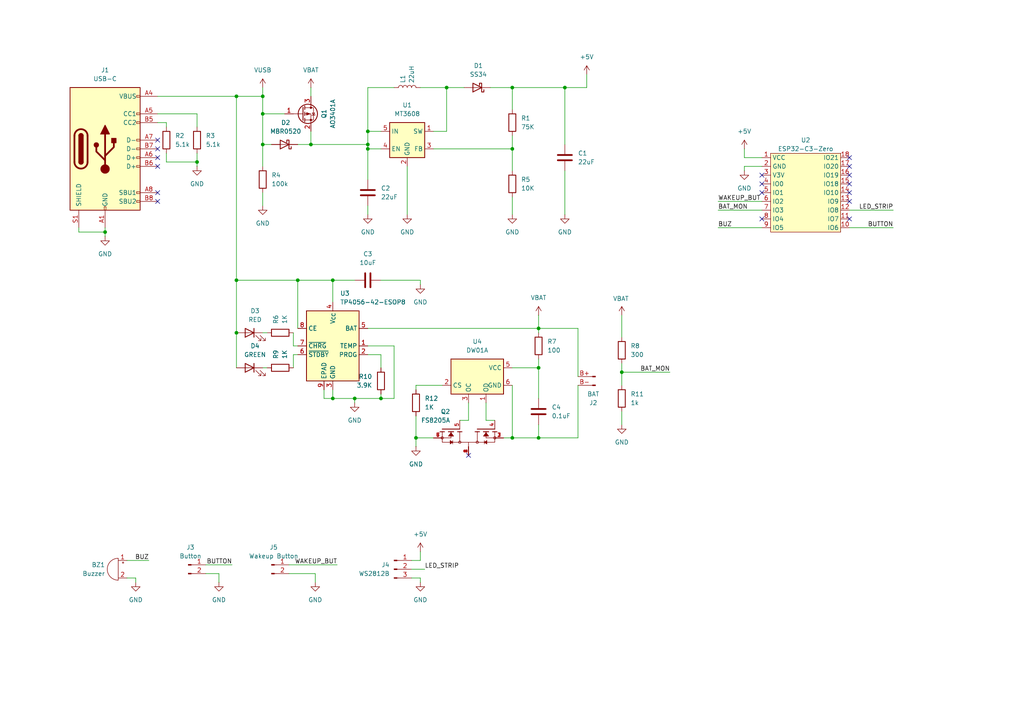
<source format=kicad_sch>
(kicad_sch (version 20250114) (generator "eeschema") (generator_version "9.0")
  (paper "A4")
  (title_block (title "Main Board") (date "2025-06-25") (rev "1") (company "TelePat, LLC") (comment 1 "Author: Tikhon Petrishchev"))
  (lib_symbols
    (symbol "Battery_Management:DW01A"
      (property "Reference" "U" (at -6.604 6.35 0))
      (property "Value" "DW01A" (at 4.318 6.604 0))
      (symbol "DW01A_0_1"
        (pin power_in line (at -10.16 2.54 0) (length 2.54) (name "VCC") (number "5"))
        (pin power_in line (at -10.16 -2.54 0) (length 2.54) (name "GND") (number "6"))
        (pin output line (at -2.54 -7.62 90) (length 2.54) (name "OD") (number "1"))
        (pin output line (at 2.54 -7.62 90) (length 2.54) (name "OC") (number "3"))
        (pin input line (at 10.16 -2.54 180) (length 2.54) (name "CS") (number "2"))
      )
      (symbol "DW01A_1_1"
        (rectangle (start -7.62 5.08) (end 7.62 -5.08) (stroke (width 0.254)) (fill (type background)))
        (pin no_connect line (at 10.16 2.54 180) (length 2.54) (hide yes) (name "TD") (number "4"))
      )
    )
    (symbol "Battery_Management:TP4056-42-ESOP8"
      (property "Reference" "U" (at -6.604 11.684 0))
      (property "Value" "TP4056-42-ESOP8" (at 10.16 11.684 0))
      (symbol "TP4056-42-ESOP8_1_0"
        (pin input line (at -10.16 5.08 0) (length 2.54) (name "CE") (number "8"))
        (pin open_collector line (at -10.16 0 0) (length 2.54) (name "~{CHRG}") (number "7"))
        (pin open_collector line (at -10.16 -2.54 0) (length 2.54) (name "~{STDBY}") (number "6"))
        (pin passive line (at -2.54 -12.7 90) (length 2.54) (name "EPAD") (number "9"))
        (pin power_in line (at 0 12.7 270) (length 2.54) (name "V_{CC}") (number "4"))
        (pin power_in line (at 0 -12.7 90) (length 2.54) (name "GND") (number "3"))
        (pin power_out line (at 10.16 5.08 180) (length 2.54) (name "BAT") (number "5"))
        (pin input line (at 10.16 0 180) (length 2.54) (name "TEMP") (number "1"))
        (pin passive line (at 10.16 -2.54 180) (length 2.54) (name "PROG") (number "2"))
      )
      (symbol "TP4056-42-ESOP8_1_1"
        (rectangle (start -7.62 10.16) (end 7.62 -10.16) (stroke (width 0.254)) (fill (type background)))
      )
    )
    (symbol "Conn_01x02_Pin_1" (pin_names (offset 1.016) (hide yes))
      (property "Reference" "J5" (at 0.635 5.08 0))
      (property "Value" "BAT" (at 0.635 2.54 0))
      (symbol "Conn_01x02_Pin_1_1_1"
        (rectangle (start 0.8636 0.127) (end 0 -0.127) (stroke (width 0.1524)) (fill (type outline)))
        (rectangle (start 0.8636 -2.413) (end 0 -2.667) (stroke (width 0.1524)) (fill (type outline)))
        (polyline (pts (xy 1.27 0) (xy 0.8636 0)) (stroke (width 0.1524)))
        (polyline (pts (xy 1.27 -2.54) (xy 0.8636 -2.54)) (stroke (width 0.1524)))
        (pin passive line (at 5.08 0 180) (length 3.81) (name "Pin_1") (number "B-"))
        (pin passive line (at 5.08 -2.54 180) (length 3.81) (name "Pin_2") (number "B+"))
      )
    )
    (symbol "Connector:Conn_01x02_Pin" (pin_names (offset 1.016) (hide yes))
      (property "Reference" "J" (at 0 2.54 0))
      (property "Value" "Conn_01x02_Pin" (at 0 -5.08 0))
      (symbol "Conn_01x02_Pin_1_1"
        (rectangle (start 0.8636 0.127) (end 0 -0.127) (stroke (width 0.1524)) (fill (type outline)))
        (rectangle (start 0.8636 -2.413) (end 0 -2.667) (stroke (width 0.1524)) (fill (type outline)))
        (polyline (pts (xy 1.27 0) (xy 0.8636 0)) (stroke (width 0.1524)))
        (polyline (pts (xy 1.27 -2.54) (xy 0.8636 -2.54)) (stroke (width 0.1524)))
        (pin passive line (at 5.08 0 180) (length 3.81) (name "Pin_1") (number "1"))
        (pin passive line (at 5.08 -2.54 180) (length 3.81) (name "Pin_2") (number "2"))
      )
    )
    (symbol "Connector:Conn_01x03_Pin" (pin_names (offset 1.016) (hide yes))
      (property "Reference" "J" (at 0 5.08 0))
      (property "Value" "Conn_01x03_Pin" (at 0 -5.08 0))
      (symbol "Conn_01x03_Pin_1_1"
        (rectangle (start 0.8636 2.667) (end 0 2.413) (stroke (width 0.1524)) (fill (type outline)))
        (rectangle (start 0.8636 0.127) (end 0 -0.127) (stroke (width 0.1524)) (fill (type outline)))
        (rectangle (start 0.8636 -2.413) (end 0 -2.667) (stroke (width 0.1524)) (fill (type outline)))
        (polyline (pts (xy 1.27 2.54) (xy 0.8636 2.54)) (stroke (width 0.1524)))
        (polyline (pts (xy 1.27 0) (xy 0.8636 0)) (stroke (width 0.1524)))
        (polyline (pts (xy 1.27 -2.54) (xy 0.8636 -2.54)) (stroke (width 0.1524)))
        (pin passive line (at 5.08 2.54 180) (length 3.81) (name "Pin_1") (number "1"))
        (pin passive line (at 5.08 0 180) (length 3.81) (name "Pin_2") (number "2"))
        (pin passive line (at 5.08 -2.54 180) (length 3.81) (name "Pin_3") (number "3"))
      )
    )
    (symbol "Connector:USB_C_Receptacle_USB2.0_16P" (pin_names (offset 1.016))
      (property "Reference" "J" (at 0 22.225 0))
      (property "Value" "USB_C_Receptacle_USB2.0_16P" (at 0 19.685 0))
      (symbol "USB_C_Receptacle_USB2.0_16P_0_0"
        (rectangle (start -0.254 -17.78) (end 0.254 -16.764))
        (rectangle (start 10.16 15.494) (end 9.144 14.986))
        (rectangle (start 10.16 10.414) (end 9.144 9.906))
        (rectangle (start 10.16 7.874) (end 9.144 7.366))
        (rectangle (start 10.16 2.794) (end 9.144 2.286))
        (rectangle (start 10.16 0.254) (end 9.144 -0.254))
        (rectangle (start 10.16 -2.286) (end 9.144 -2.794))
        (rectangle (start 10.16 -4.826) (end 9.144 -5.334))
        (rectangle (start 10.16 -12.446) (end 9.144 -12.954))
        (rectangle (start 10.16 -14.986) (end 9.144 -15.494))
      )
      (symbol "USB_C_Receptacle_USB2.0_16P_0_1"
        (rectangle (start -10.16 17.78) (end 10.16 -17.78) (stroke (width 0.254)) (fill (type background)))
        (polyline (pts (xy -8.89 -3.81) (xy -8.89 3.81)) (stroke (width 0.508)))
        (rectangle (start -7.62 -3.81) (end -6.35 3.81) (stroke (width 0.254)) (fill (type outline)))
        (arc (start -7.62 3.81) (mid -6.985 4.4423) (end -6.35 3.81) (stroke (width 0.254)))
        (arc (start -7.62 3.81) (mid -6.985 4.4423) (end -6.35 3.81) (stroke (width 0.254)) (fill (type outline)))
        (arc (start -8.89 3.81) (mid -6.985 5.7067) (end -5.08 3.81) (stroke (width 0.508)))
        (arc (start -5.08 -3.81) (mid -6.985 -5.7067) (end -8.89 -3.81) (stroke (width 0.508)))
        (arc (start -6.35 -3.81) (mid -6.985 -4.4423) (end -7.62 -3.81) (stroke (width 0.254)))
        (arc (start -6.35 -3.81) (mid -6.985 -4.4423) (end -7.62 -3.81) (stroke (width 0.254)) (fill (type outline)))
        (polyline (pts (xy -5.08 3.81) (xy -5.08 -3.81)) (stroke (width 0.508)))
        (circle (center -2.54 1.143) (radius 0.635) (stroke (width 0.254)) (fill (type outline)))
        (polyline (pts (xy -1.27 4.318) (xy 0 6.858) (xy 1.27 4.318) (xy -1.27 4.318)) (stroke (width 0.254)) (fill (type outline)))
        (polyline (pts (xy 0 -2.032) (xy 2.54 0.508) (xy 2.54 1.778)) (stroke (width 0.508)))
        (polyline (pts (xy 0 -3.302) (xy -2.54 -0.762) (xy -2.54 0.508)) (stroke (width 0.508)))
        (polyline (pts (xy 0 -5.842) (xy 0 4.318)) (stroke (width 0.508)))
        (circle (center 0 -5.842) (radius 1.27) (fill (type outline)))
        (rectangle (start 1.905 1.778) (end 3.175 3.048) (stroke (width 0.254)) (fill (type outline)))
      )
      (symbol "USB_C_Receptacle_USB2.0_16P_1_1"
        (pin passive line (at -7.62 -22.86 90) (length 5.08) (name "SHIELD") (number "S1"))
        (pin passive line (at 0 -22.86 90) (length 5.08) (name "GND") (number "A1"))
        (pin passive line (at 0 -22.86 90) (length 5.08) (hide yes) (name "GND") (number "A12"))
        (pin passive line (at 0 -22.86 90) (length 5.08) (hide yes) (name "GND") (number "B1"))
        (pin passive line (at 0 -22.86 90) (length 5.08) (hide yes) (name "GND") (number "B12"))
        (pin passive line (at 15.24 15.24 180) (length 5.08) (name "VBUS") (number "A4"))
        (pin passive line (at 15.24 15.24 180) (length 5.08) (hide yes) (name "VBUS") (number "A9"))
        (pin passive line (at 15.24 15.24 180) (length 5.08) (hide yes) (name "VBUS") (number "B4"))
        (pin passive line (at 15.24 15.24 180) (length 5.08) (hide yes) (name "VBUS") (number "B9"))
        (pin bidirectional line (at 15.24 10.16 180) (length 5.08) (name "CC1") (number "A5"))
        (pin bidirectional line (at 15.24 7.62 180) (length 5.08) (name "CC2") (number "B5"))
        (pin bidirectional line (at 15.24 2.54 180) (length 5.08) (name "D-") (number "A7"))
        (pin bidirectional line (at 15.24 0 180) (length 5.08) (name "D-") (number "B7"))
        (pin bidirectional line (at 15.24 -2.54 180) (length 5.08) (name "D+") (number "A6"))
        (pin bidirectional line (at 15.24 -5.08 180) (length 5.08) (name "D+") (number "B6"))
        (pin bidirectional line (at 15.24 -12.7 180) (length 5.08) (name "SBU1") (number "A8"))
        (pin bidirectional line (at 15.24 -15.24 180) (length 5.08) (name "SBU2") (number "B8"))
      )
    )
    (symbol "Device:Buzzer" (pin_names (offset 0.0254) (hide yes))
      (property "Reference" "BZ" (at 3.81 1.27 0))
      (property "Value" "Buzzer" (at 3.81 -1.27 0))
      (symbol "Buzzer_0_1"
        (polyline (pts (xy -1.651 1.905) (xy -1.143 1.905)))
        (polyline (pts (xy -1.397 2.159) (xy -1.397 1.651)))
        (arc (start 0 3.175) (mid 3.1612 0) (end 0 -3.175))
        (polyline (pts (xy 0 3.175) (xy 0 -3.175)))
      )
      (symbol "Buzzer_1_1"
        (pin passive line (at -2.54 2.54 0) (length 2.54) (name "+") (number "1"))
        (pin passive line (at -2.54 -2.54 0) (length 2.54) (name "-") (number "2"))
      )
    )
    (symbol "Device:C" (pin_numbers (hide yes)) (pin_names (offset 0.254))
      (property "Reference" "C" (at 0.635 2.54 0))
      (property "Value" "C" (at 0.635 -2.54 0))
      (symbol "C_0_1"
        (polyline (pts (xy -2.032 0.762) (xy 2.032 0.762)) (stroke (width 0.508)))
        (polyline (pts (xy -2.032 -0.762) (xy 2.032 -0.762)) (stroke (width 0.508)))
      )
      (symbol "C_1_1"
        (pin passive line (at 0 3.81 270) (length 2.794) (name "~") (number "1"))
        (pin passive line (at 0 -3.81 90) (length 2.794) (name "~") (number "2"))
      )
    )
    (symbol "Device:L" (pin_numbers (hide yes)) (pin_names (offset 1.016) (hide yes))
      (property "Reference" "L" (at -1.27 0 90))
      (property "Value" "L" (at 1.905 0 90))
      (symbol "L_0_1"
        (arc (start 0 2.54) (mid 0.6323 1.905) (end 0 1.27))
        (arc (start 0 1.27) (mid 0.6323 0.635) (end 0 0))
        (arc (start 0 0) (mid 0.6323 -0.635) (end 0 -1.27))
        (arc (start 0 -1.27) (mid 0.6323 -1.905) (end 0 -2.54))
      )
      (symbol "L_1_1"
        (pin passive line (at 0 3.81 270) (length 1.27) (name "1") (number "1"))
        (pin passive line (at 0 -3.81 90) (length 1.27) (name "2") (number "2"))
      )
    )
    (symbol "Device:LED" (pin_numbers (hide yes)) (pin_names (offset 1.016) (hide yes))
      (property "Reference" "D" (at 0 2.54 0))
      (property "Value" "LED" (at 0 -2.54 0))
      (symbol "LED_0_1"
        (polyline (pts (xy -3.048 -0.762) (xy -4.572 -2.286) (xy -3.81 -2.286) (xy -4.572 -2.286) (xy -4.572 -1.524)))
        (polyline (pts (xy -1.778 -0.762) (xy -3.302 -2.286) (xy -2.54 -2.286) (xy -3.302 -2.286) (xy -3.302 -1.524)))
        (polyline (pts (xy -1.27 0) (xy 1.27 0)))
        (polyline (pts (xy -1.27 -1.27) (xy -1.27 1.27)) (stroke (width 0.254)))
        (polyline (pts (xy 1.27 -1.27) (xy 1.27 1.27) (xy -1.27 0) (xy 1.27 -1.27)) (stroke (width 0.254)))
      )
      (symbol "LED_1_1"
        (pin passive line (at -3.81 0 0) (length 2.54) (name "K") (number "1"))
        (pin passive line (at 3.81 0 180) (length 2.54) (name "A") (number "2"))
      )
    )
    (symbol "Device:R" (pin_numbers (hide yes)) (pin_names (offset 0))
      (property "Reference" "R" (at 2.032 0 90))
      (property "Value" "R" (at 0 0 90))
      (symbol "R_0_1"
        (rectangle (start -1.016 -2.54) (end 1.016 2.54) (stroke (width 0.254)))
      )
      (symbol "R_1_1"
        (pin passive line (at 0 3.81 270) (length 1.27) (name "~") (number "1"))
        (pin passive line (at 0 -3.81 90) (length 1.27) (name "~") (number "2"))
      )
    )
    (symbol "Diode:MBR0520" (pin_numbers (hide yes)) (pin_names (offset 1.016) (hide yes))
      (property "Reference" "D" (at 0 2.54 0))
      (property "Value" "MBR0520" (at 0 -2.54 0))
      (symbol "MBR0520_0_1"
        (polyline (pts (xy -1.905 0.635) (xy -1.905 1.27) (xy -1.27 1.27) (xy -1.27 -1.27) (xy -0.635 -1.27) (xy -0.635 -0.635)) (stroke (width 0.254)))
        (polyline (pts (xy 1.27 1.27) (xy 1.27 -1.27) (xy -1.27 0) (xy 1.27 1.27)) (stroke (width 0.254)))
        (polyline (pts (xy 1.27 0) (xy -1.27 0)))
      )
      (symbol "MBR0520_1_1"
        (pin passive line (at -3.81 0 0) (length 2.54) (name "K") (number "1"))
        (pin passive line (at 3.81 0 180) (length 2.54) (name "A") (number "2"))
      )
    )
    (symbol "Diode:SS34" (pin_numbers (hide yes)) (pin_names (offset 1.016) (hide yes))
      (property "Reference" "D" (at 0 2.54 0))
      (property "Value" "SS34" (at 0 -2.54 0))
      (symbol "SS34_0_1"
        (polyline (pts (xy -1.905 0.635) (xy -1.905 1.27) (xy -1.27 1.27) (xy -1.27 -1.27) (xy -0.635 -1.27) (xy -0.635 -0.635)) (stroke (width 0.254)))
        (polyline (pts (xy 1.27 1.27) (xy 1.27 -1.27) (xy -1.27 0) (xy 1.27 1.27)) (stroke (width 0.254)))
        (polyline (pts (xy 1.27 0) (xy -1.27 0)))
      )
      (symbol "SS34_1_1"
        (pin passive line (at -3.81 0 0) (length 2.54) (name "K") (number "1"))
        (pin passive line (at 3.81 0 180) (length 2.54) (name "A") (number "2"))
      )
    )
    (symbol "FS8205A:FS8205A" (pin_names (offset 1.016))
      (property "Reference" "Q" (at -11.43 7.62 0))
      (property "Value" "FS8205A" (at -11.43 -12.7 0))
      (symbol "FS8205A_0_0"
        (polyline (pts (xy -2.54 7.62) (xy -2.54 2.54)) (stroke (width 0.254)))
        (polyline (pts (xy -2.54 -2.54) (xy -2.54 -7.62)) (stroke (width 0.254)))
        (polyline (pts (xy -1.778 8.255) (xy -1.778 7.62)) (stroke (width 0.254)))
        (polyline (pts (xy -1.778 7.62) (xy -1.778 6.985)) (stroke (width 0.254)))
        (polyline (pts (xy -1.778 7.62) (xy 1.27 7.62)) (stroke (width 0.1524)))
        (polyline (pts (xy -1.778 5.842) (xy -1.778 5.08)) (stroke (width 0.254)))
        (polyline (pts (xy -1.778 5.08) (xy -1.778 4.318)) (stroke (width 0.254)))
        (polyline (pts (xy -1.778 5.08) (xy 0 5.08)) (stroke (width 0.1524)))
        (polyline (pts (xy -1.778 3.175) (xy -1.778 2.54)) (stroke (width 0.254)))
        (polyline (pts (xy -1.778 2.54) (xy -1.778 1.905)) (stroke (width 0.254)))
        (polyline (pts (xy -1.778 -1.905) (xy -1.778 -2.54)) (stroke (width 0.254)))
        (polyline (pts (xy -1.778 -2.54) (xy -1.778 -3.175)) (stroke (width 0.254)))
        (polyline (pts (xy -1.778 -2.54) (xy 1.27 -2.54)) (stroke (width 0.1524)))
        (polyline (pts (xy -1.778 -4.318) (xy -1.778 -5.08)) (stroke (width 0.254)))
        (polyline (pts (xy -1.778 -5.08) (xy -1.778 -5.842)) (stroke (width 0.254)))
        (polyline (pts (xy -1.778 -5.08) (xy 0 -5.08)) (stroke (width 0.1524)))
        (polyline (pts (xy -1.778 -6.985) (xy -1.778 -7.62)) (stroke (width 0.254)))
        (polyline (pts (xy -1.778 -7.62) (xy -1.778 -8.255)) (stroke (width 0.254)))
        (polyline (pts (xy -1.524 5.08) (xy -0.508 5.842) (xy -0.508 4.318) (xy -1.524 5.08)) (stroke (width 0.1524)) (fill (type outline)))
        (polyline (pts (xy -1.524 -5.08) (xy -0.508 -4.318) (xy -0.508 -5.842) (xy -1.524 -5.08)) (stroke (width 0.1524)) (fill (type outline)))
        (circle (center 0 7.62) (radius 0.3592))
        (polyline (pts (xy 0 7.62) (xy 0 5.08)) (stroke (width 0.1524)))
        (polyline (pts (xy 0 -5.08) (xy 0 -7.62)) (stroke (width 0.1524)))
        (polyline (pts (xy 0 -7.62) (xy -1.778 -7.62)) (stroke (width 0.1524)))
        (polyline (pts (xy 0 -7.62) (xy 1.27 -7.62)) (stroke (width 0.1524)))
        (circle (center 0 -7.62) (radius 0.3592))
        (polyline (pts (xy 0.762 4.572) (xy 1.27 4.572)) (stroke (width 0.1524)))
        (polyline (pts (xy 1.27 4.572) (xy 1.27 7.62)) (stroke (width 0.1524)))
        (polyline (pts (xy 1.27 4.572) (xy 1.778 4.572)) (stroke (width 0.1524)))
        (polyline (pts (xy 1.27 4.572) (xy 1.778 5.334) (xy 0.762 5.334) (xy 1.27 4.572)) (stroke (width 0.1524)) (fill (type outline)))
        (polyline (pts (xy 1.27 2.54) (xy -1.778 2.54)) (stroke (width 0.1524)))
        (polyline (pts (xy 1.27 2.54) (xy 1.27 4.572)) (stroke (width 0.1524)))
        (circle (center 1.27 2.54) (radius 0.3592))
        (polyline (pts (xy 1.27 0) (xy 1.27 2.54)) (stroke (width 0.1524)))
        (polyline (pts (xy 1.27 0) (xy 2.54 0)) (stroke (width 0.1524)))
        (polyline (pts (xy 1.27 -2.54) (xy 1.27 0)) (stroke (width 0.1524)))
        (polyline (pts (xy 1.27 -2.54) (xy 1.27 -4.572)) (stroke (width 0.1524)))
        (circle (center 1.27 -2.54) (radius 0.3592))
        (polyline (pts (xy 1.27 -4.572) (xy 0.762 -4.572)) (stroke (width 0.1524)))
        (polyline (pts (xy 1.27 -4.572) (xy 1.27 -7.62)) (stroke (width 0.1524)))
        (polyline (pts (xy 1.27 -4.572) (xy 0.762 -5.334) (xy 1.778 -5.334) (xy 1.27 -4.572)) (stroke (width 0.1524)) (fill (type outline)))
        (polyline (pts (xy 1.778 -4.572) (xy 1.27 -4.572)) (stroke (width 0.1524)))
        (pin passive line (at -5.08 2.54 0) (length 2.54) (name "~") (number "5"))
        (pin passive line (at -5.08 -7.62 0) (length 2.54) (name "~") (number "4"))
        (pin passive line (at 0 10.16 270) (length 2.54) (name "~") (number "6"))
        (pin passive line (at 0 10.16 270) (length 2.54) (name "~") (number "7"))
        (pin passive line (at 0 -10.16 90) (length 2.54) (name "~") (number "2"))
        (pin passive line (at 0 -10.16 90) (length 2.54) (name "~") (number "3"))
        (pin passive line (at 5.08 0 180) (length 2.54) (name "~") (number "1"))
        (pin passive line (at 5.08 0 180) (length 2.54) (name "~") (number "8"))
      )
    )
    (symbol "Regulator_Switching:MT3608"
      (property "Reference" "U" (at -2.54 8.89 0))
      (property "Value" "MT3608" (at -3.81 6.35 0))
      (symbol "MT3608_0_1"
        (rectangle (start -5.08 5.08) (end 5.08 -5.08) (stroke (width 0.254)) (fill (type background)))
      )
      (symbol "MT3608_1_1"
        (pin power_in line (at -7.62 2.54 0) (length 2.54) (name "IN") (number "5"))
        (pin input line (at -7.62 -2.54 0) (length 2.54) (name "EN") (number "4"))
        (pin power_in line (at 0 -7.62 90) (length 2.54) (name "GND") (number "2"))
        (pin no_connect line (at 5.08 0 180) (length 2.54) (hide yes) (name "NC") (number "6"))
        (pin passive line (at 7.62 2.54 180) (length 2.54) (name "SW") (number "1"))
        (pin input line (at 7.62 -2.54 180) (length 2.54) (name "FB") (number "3"))
      )
    )
    (symbol "Transistor_FET:AO3401A" (pin_names (hide yes))
      (property "Reference" "Q" (at 5.08 1.905 0))
      (property "Value" "AO3401A" (at 5.08 0 0))
      (symbol "AO3401A_0_1"
        (polyline (pts (xy 0.254 1.905) (xy 0.254 -1.905)) (stroke (width 0.254)))
        (polyline (pts (xy 0.254 0) (xy -2.54 0)))
        (polyline (pts (xy 0.762 2.286) (xy 0.762 1.27)) (stroke (width 0.254)))
        (polyline (pts (xy 0.762 1.778) (xy 3.302 1.778) (xy 3.302 -1.778) (xy 0.762 -1.778)))
        (polyline (pts (xy 0.762 0.508) (xy 0.762 -0.508)) (stroke (width 0.254)))
        (polyline (pts (xy 0.762 -1.27) (xy 0.762 -2.286)) (stroke (width 0.254)))
        (circle (center 1.651 0) (radius 2.794) (stroke (width 0.254)))
        (polyline (pts (xy 2.286 0) (xy 1.27 0.381) (xy 1.27 -0.381) (xy 2.286 0)) (fill (type outline)))
        (polyline (pts (xy 2.54 2.54) (xy 2.54 1.778)))
        (circle (center 2.54 1.778) (radius 0.254) (fill (type outline)))
        (circle (center 2.54 -1.778) (radius 0.254) (fill (type outline)))
        (polyline (pts (xy 2.54 -2.54) (xy 2.54 0) (xy 0.762 0)))
        (polyline (pts (xy 2.794 -0.508) (xy 2.921 -0.381) (xy 3.683 -0.381) (xy 3.81 -0.254)))
        (polyline (pts (xy 3.302 -0.381) (xy 2.921 0.254) (xy 3.683 0.254) (xy 3.302 -0.381)))
      )
      (symbol "AO3401A_1_1"
        (pin input line (at -5.08 0 0) (length 2.54) (name "G") (number "1"))
        (pin passive line (at 2.54 5.08 270) (length 2.54) (name "D") (number "3"))
        (pin passive line (at 2.54 -5.08 90) (length 2.54) (name "S") (number "2"))
      )
    )
    (symbol "Waveshare-ESP32:Waveshare-ESP32-C3-Zero"
      (property "Reference" "U" (at -9.652 12.446 0))
      (symbol "Waveshare-ESP32-C3-Zero_1_1"
        (rectangle (start -10.16 11.43) (end 10.16 -11.43) (fill (type background)))
        (pin power_in line (at -12.7 10.16 0) (length 2.54) (name "VCC") (number "1"))
        (pin power_in line (at -12.7 7.62 0) (length 2.54) (name "GND") (number "2"))
        (pin power_out line (at -12.7 5.08 0) (length 2.54) (name "V3V") (number "3"))
        (pin bidirectional line (at -12.7 2.54 0) (length 2.54) (name "IO0") (number "4"))
        (pin bidirectional line (at -12.7 0 0) (length 2.54) (name "IO1") (number "5"))
        (pin bidirectional line (at -12.7 -2.54 0) (length 2.54) (name "IO2") (number "6"))
        (pin bidirectional line (at -12.7 -5.08 0) (length 2.54) (name "IO3") (number "7"))
        (pin bidirectional line (at -12.7 -7.62 0) (length 2.54) (name "IO4") (number "8"))
        (pin bidirectional line (at -12.7 -10.16 0) (length 2.54) (name "IO5") (number "9"))
        (pin bidirectional line (at 12.7 10.16 180) (length 2.54) (name "IO21") (number "18"))
        (pin bidirectional line (at 12.7 7.62 180) (length 2.54) (name "IO20") (number "17"))
        (pin bidirectional line (at 12.7 5.08 180) (length 2.54) (name "IO19") (number "16"))
        (pin bidirectional line (at 12.7 2.54 180) (length 2.54) (name "IO18") (number "15"))
        (pin bidirectional line (at 12.7 0 180) (length 2.54) (name "IO10") (number "14"))
        (pin bidirectional line (at 12.7 -2.54 180) (length 2.54) (name "IO9") (number "13"))
        (pin bidirectional line (at 12.7 -5.08 180) (length 2.54) (name "IO8") (number "12"))
        (pin bidirectional line (at 12.7 -7.62 180) (length 2.54) (name "IO7") (number "11"))
        (pin bidirectional line (at 12.7 -10.16 180) (length 2.54) (name "IO6") (number "10"))
      )
    )
    (symbol "power:+3.3V" (power) (pin_numbers (hide yes)) (pin_names (offset 0) (hide yes))
      (property "Value" "+3.3V" (at 0 3.556 0))
      (symbol "+3.3V_0_1"
        (polyline (pts (xy -0.762 1.27) (xy 0 2.54)))
        (polyline (pts (xy 0 2.54) (xy 0.762 1.27)))
        (polyline (pts (xy 0 0) (xy 0 2.54)))
      )
      (symbol "+3.3V_1_1"
        (pin power_in line (at 0 0 90) (length 0) (name "~") (number "1"))
      )
    )
    (symbol "power:+5V" (power) (pin_numbers (hide yes)) (pin_names (offset 0) (hide yes))
      (property "Value" "+5V" (at 0 3.556 0))
      (symbol "+5V_0_1"
        (polyline (pts (xy -0.762 1.27) (xy 0 2.54)))
        (polyline (pts (xy 0 2.54) (xy 0.762 1.27)))
        (polyline (pts (xy 0 0) (xy 0 2.54)))
      )
      (symbol "+5V_1_1"
        (pin power_in line (at 0 0 90) (length 0) (name "~") (number "1"))
      )
    )
    (symbol "power:GND" (power) (pin_numbers (hide yes)) (pin_names (offset 0) (hide yes))
      (property "Value" "GND" (at 0 -3.81 0))
      (symbol "GND_0_1"
        (polyline (pts (xy 0 0) (xy 0 -1.27) (xy 1.27 -1.27) (xy 0 -2.54) (xy -1.27 -1.27) (xy 0 -1.27)))
      )
      (symbol "GND_1_1"
        (pin power_in line (at 0 0 270) (length 0) (name "~") (number "1"))
      )
    )
  )
  (junction (at 102.87 115.57))
  (junction (at 156.21 95.25))
  (junction (at 180.34 107.95))
  (junction (at 163.83 25.4))
  (junction (at 30.48 67.31))
  (junction (at 106.68 43.18))
  (junction (at 96.52 115.57))
  (junction (at 148.59 25.4))
  (junction (at 68.58 96.52))
  (junction (at 90.17 41.91))
  (junction (at 68.58 81.28))
  (junction (at 76.2 33.02))
  (junction (at 129.54 25.4))
  (junction (at 57.15 46.99))
  (junction (at 76.2 41.91))
  (junction (at 156.21 127))
  (junction (at 96.52 81.28))
  (junction (at 148.59 127))
  (junction (at 120.65 127))
  (junction (at 76.2 27.94))
  (junction (at 106.68 41.91))
  (junction (at 156.21 106.68))
  (junction (at 68.58 27.94))
  (junction (at 148.59 43.18))
  (junction (at 106.68 38.1))
  (junction (at 86.36 81.28))
  (junction (at 110.49 115.57))
  (no_connect (at 220.98 53.34))
  (no_connect (at 135.89 132.08))
  (no_connect (at 220.98 63.5))
  (no_connect (at 45.72 43.18))
  (no_connect (at 220.98 55.88))
  (no_connect (at 45.72 45.72))
  (no_connect (at 45.72 55.88))
  (no_connect (at 246.38 45.72))
  (no_connect (at 246.38 53.34))
  (no_connect (at 45.72 48.26))
  (no_connect (at 246.38 58.42))
  (no_connect (at 246.38 63.5))
  (no_connect (at 220.98 50.8))
  (no_connect (at 246.38 50.8))
  (no_connect (at 45.72 58.42))
  (no_connect (at 246.38 55.88))
  (no_connect (at 45.72 40.64))
  (no_connect (at 246.38 48.26))
  (wire (pts (xy 208.28 66.04) (xy 220.98 66.04)))
  (wire (pts (xy 120.65 111.76) (xy 128.27 111.76)))
  (wire (pts (xy 142.24 25.4) (xy 148.59 25.4)))
  (wire (pts (xy 148.59 106.68) (xy 156.21 106.68)))
  (wire (pts (xy 57.15 33.02) (xy 57.15 36.83)))
  (wire (pts (xy 133.35 121.92) (xy 135.89 121.92)))
  (wire (pts (xy 119.38 162.56) (xy 121.92 162.56)))
  (wire (pts (xy 156.21 91.44) (xy 156.21 95.25)))
  (wire (pts (xy 156.21 127) (xy 167.64 127)))
  (wire (pts (xy 57.15 44.45) (xy 57.15 46.99)))
  (wire (pts (xy 106.68 38.1) (xy 110.49 38.1)))
  (wire (pts (xy 110.49 81.28) (xy 121.92 81.28)))
  (wire (pts (xy 135.89 121.92) (xy 135.89 116.84)))
  (wire (pts (xy 180.34 119.38) (xy 180.34 123.19)))
  (wire (pts (xy 76.2 55.88) (xy 76.2 59.69)))
  (wire (pts (xy 148.59 57.15) (xy 148.59 62.23)))
  (wire (pts (xy 208.28 58.42) (xy 220.98 58.42)))
  (wire (pts (xy 86.36 81.28) (xy 86.36 95.25)))
  (wire (pts (xy 120.65 127) (xy 125.73 127)))
  (wire (pts (xy 180.34 107.95) (xy 180.34 111.76)))
  (wire (pts (xy 215.9 45.72) (xy 220.98 45.72)))
  (wire (pts (xy 30.48 67.31) (xy 30.48 68.58)))
  (wire (pts (xy 148.59 127) (xy 156.21 127)))
  (wire (pts (xy 68.58 27.94) (xy 68.58 81.28)))
  (wire (pts (xy 68.58 96.52) (xy 68.58 106.68)))
  (wire (pts (xy 93.98 115.57) (xy 96.52 115.57)))
  (wire (pts (xy 102.87 115.57) (xy 102.87 116.84)))
  (wire (pts (xy 129.54 25.4) (xy 134.62 25.4)))
  (wire (pts (xy 48.26 44.45) (xy 48.26 46.99)))
  (wire (pts (xy 121.92 168.91) (xy 121.92 167.64)))
  (wire (pts (xy 30.48 66.04) (xy 30.48 67.31)))
  (wire (pts (xy 96.52 115.57) (xy 102.87 115.57)))
  (wire (pts (xy 106.68 41.91) (xy 106.68 43.18)))
  (wire (pts (xy 120.65 120.65) (xy 120.65 127)))
  (wire (pts (xy 140.97 121.92) (xy 143.51 121.92)))
  (wire (pts (xy 57.15 46.99) (xy 57.15 48.26)))
  (wire (pts (xy 85.09 102.87) (xy 86.36 102.87)))
  (wire (pts (xy 106.68 100.33) (xy 114.3 100.33)))
  (wire (pts (xy 96.52 81.28) (xy 96.52 87.63)))
  (wire (pts (xy 106.68 43.18) (xy 110.49 43.18)))
  (wire (pts (xy 36.83 167.64) (xy 39.37 167.64)))
  (wire (pts (xy 114.3 115.57) (xy 110.49 115.57)))
  (wire (pts (xy 106.68 95.25) (xy 156.21 95.25)))
  (wire (pts (xy 45.72 33.02) (xy 57.15 33.02)))
  (wire (pts (xy 85.09 106.68) (xy 85.09 102.87)))
  (wire (pts (xy 93.98 113.03) (xy 93.98 115.57)))
  (wire (pts (xy 76.2 27.94) (xy 76.2 33.02)))
  (wire (pts (xy 96.52 113.03) (xy 96.52 115.57)))
  (wire (pts (xy 180.34 91.44) (xy 180.34 97.79)))
  (wire (pts (xy 148.59 39.37) (xy 148.59 43.18)))
  (wire (pts (xy 85.09 96.52) (xy 85.09 100.33)))
  (wire (pts (xy 121.92 162.56) (xy 121.92 160.02)))
  (wire (pts (xy 106.68 25.4) (xy 114.3 25.4)))
  (wire (pts (xy 167.64 109.22) (xy 167.64 95.25)))
  (wire (pts (xy 246.38 66.04) (xy 259.08 66.04)))
  (wire (pts (xy 156.21 104.14) (xy 156.21 106.68)))
  (wire (pts (xy 59.69 163.83) (xy 67.31 163.83)))
  (wire (pts (xy 22.86 66.04) (xy 22.86 67.31)))
  (wire (pts (xy 140.97 116.84) (xy 140.97 121.92)))
  (wire (pts (xy 48.26 46.99) (xy 57.15 46.99)))
  (wire (pts (xy 36.83 162.56) (xy 43.18 162.56)))
  (wire (pts (xy 86.36 81.28) (xy 96.52 81.28)))
  (wire (pts (xy 90.17 38.1) (xy 90.17 41.91)))
  (wire (pts (xy 76.2 25.4) (xy 76.2 27.94)))
  (wire (pts (xy 180.34 105.41) (xy 180.34 107.95)))
  (wire (pts (xy 146.05 127) (xy 148.59 127)))
  (wire (pts (xy 45.72 27.94) (xy 68.58 27.94)))
  (wire (pts (xy 45.72 35.56) (xy 48.26 35.56)))
  (wire (pts (xy 156.21 123.19) (xy 156.21 127)))
  (wire (pts (xy 170.18 21.59) (xy 170.18 25.4)))
  (wire (pts (xy 106.68 38.1) (xy 106.68 41.91)))
  (wire (pts (xy 83.82 166.37) (xy 91.44 166.37)))
  (wire (pts (xy 90.17 25.4) (xy 90.17 27.94)))
  (wire (pts (xy 106.68 25.4) (xy 106.68 38.1)))
  (wire (pts (xy 68.58 27.94) (xy 76.2 27.94)))
  (wire (pts (xy 121.92 25.4) (xy 129.54 25.4)))
  (wire (pts (xy 39.37 167.64) (xy 39.37 168.91)))
  (wire (pts (xy 76.2 96.52) (xy 77.47 96.52)))
  (wire (pts (xy 91.44 166.37) (xy 91.44 168.91)))
  (wire (pts (xy 68.58 96.52) (xy 68.58 81.28)))
  (wire (pts (xy 163.83 25.4) (xy 163.83 41.91)))
  (wire (pts (xy 76.2 41.91) (xy 76.2 48.26)))
  (wire (pts (xy 90.17 41.91) (xy 86.36 41.91)))
  (wire (pts (xy 170.18 25.4) (xy 163.83 25.4)))
  (wire (pts (xy 102.87 81.28) (xy 96.52 81.28)))
  (wire (pts (xy 125.73 38.1) (xy 129.54 38.1)))
  (wire (pts (xy 180.34 107.95) (xy 194.31 107.95)))
  (wire (pts (xy 156.21 106.68) (xy 156.21 115.57)))
  (wire (pts (xy 110.49 114.3) (xy 110.49 115.57)))
  (wire (pts (xy 148.59 43.18) (xy 148.59 49.53)))
  (wire (pts (xy 120.65 113.03) (xy 120.65 111.76)))
  (wire (pts (xy 68.58 81.28) (xy 86.36 81.28)))
  (wire (pts (xy 85.09 100.33) (xy 86.36 100.33)))
  (wire (pts (xy 215.9 49.53) (xy 215.9 48.26)))
  (wire (pts (xy 148.59 111.76) (xy 148.59 127)))
  (wire (pts (xy 119.38 165.1) (xy 123.19 165.1)))
  (wire (pts (xy 63.5 166.37) (xy 63.5 168.91)))
  (wire (pts (xy 156.21 95.25) (xy 156.21 96.52)))
  (wire (pts (xy 215.9 45.72) (xy 215.9 43.18)))
  (wire (pts (xy 167.64 95.25) (xy 156.21 95.25)))
  (wire (pts (xy 148.59 25.4) (xy 163.83 25.4)))
  (wire (pts (xy 129.54 38.1) (xy 129.54 25.4)))
  (wire (pts (xy 76.2 41.91) (xy 78.74 41.91)))
  (wire (pts (xy 121.92 167.64) (xy 119.38 167.64)))
  (wire (pts (xy 215.9 48.26) (xy 220.98 48.26)))
  (wire (pts (xy 102.87 115.57) (xy 110.49 115.57)))
  (wire (pts (xy 118.11 48.26) (xy 118.11 62.23)))
  (wire (pts (xy 76.2 106.68) (xy 77.47 106.68)))
  (wire (pts (xy 167.64 127) (xy 167.64 111.76)))
  (wire (pts (xy 83.82 163.83) (xy 97.79 163.83)))
  (wire (pts (xy 125.73 43.18) (xy 148.59 43.18)))
  (wire (pts (xy 59.69 166.37) (xy 63.5 166.37)))
  (wire (pts (xy 148.59 25.4) (xy 148.59 31.75)))
  (wire (pts (xy 246.38 60.96) (xy 259.08 60.96)))
  (wire (pts (xy 48.26 35.56) (xy 48.26 36.83)))
  (wire (pts (xy 121.92 81.28) (xy 121.92 82.55)))
  (wire (pts (xy 106.68 43.18) (xy 106.68 52.07)))
  (wire (pts (xy 110.49 102.87) (xy 110.49 106.68)))
  (wire (pts (xy 106.68 102.87) (xy 110.49 102.87)))
  (wire (pts (xy 22.86 67.31) (xy 30.48 67.31)))
  (wire (pts (xy 163.83 49.53) (xy 163.83 62.23)))
  (wire (pts (xy 106.68 59.69) (xy 106.68 62.23)))
  (wire (pts (xy 76.2 33.02) (xy 76.2 41.91)))
  (wire (pts (xy 114.3 100.33) (xy 114.3 115.57)))
  (wire (pts (xy 120.65 127) (xy 120.65 129.54)))
  (wire (pts (xy 208.28 60.96) (xy 220.98 60.96)))
  (wire (pts (xy 76.2 33.02) (xy 82.55 33.02)))
  (wire (pts (xy 90.17 41.91) (xy 106.68 41.91)))
  (label "LED_STRIP" (at 123.19 165.1 0))
  (label "WAKEUP_BUT" (at 208.28 58.42 0))
  (label "BUZ" (at 208.28 66.04 0))
  (label "BUTTON" (at 259.08 66.04 180))
  (label "BUTTON" (at 67.31 163.83 180))
  (label "BAT_MON" (at 194.31 107.95 180))
  (label "WAKEUP_BUT" (at 97.79 163.83 180))
  (label "BUZ" (at 43.18 162.56 180))
  (label "LED_STRIP" (at 259.08 60.96 180))
  (label "BAT_MON" (at 208.28 60.96 0))
  (symbol (lib_id "Battery_Management:TP4056-42-ESOP8") (at 96.52 100.33 0) (unit 1)
    (property "Reference" "U3" (at 98.6633 85.09 0) (effects (justify left)))
    (property "Value" "TP4056-42-ESOP8" (at 98.6633 87.63 0) (effects (justify left)))
    (property "Footprint" "TP4056-42-ESOP8:SOIC127P600X175-9N" (effects (hide yes)))
    (property "Datasheet" "https://www.lcsc.com/datasheet/lcsc_datasheet_2410121619_TOPPOWER-Nanjing-Extension-Microelectronics-TP4056-42-ESOP8_C16581.pdf" (effects (hide yes)))
    (property "Description" "1A Standalone Linear Li-ion/LiPo single-cell battery charger, 4.2V ±1% charge voltage, VCC = 4.0..8.0V, SOIC-8 (SOP-8)" (effects (hide yes)))
    (property "CHIPDIP" "https://www.chipdip.ru/product/tp4056-42-sop8-pp" (effects (hide yes)))
  )
  (symbol (lib_id "Device:R") (at 57.15 40.64 180) (unit 1)
    (property "Reference" "R3" (at 59.69 39.3699 0) (effects (justify right)))
    (property "Value" "5.1k" (at 59.69 41.9099 0) (effects (justify right)))
    (property "Footprint" "Resistor_SMD:R_2512_6332Metric" (effects (hide yes)))
    (property "Description" "Resistor" (effects (hide yes)))
    (property "CHIPDIP" "https://www.chipdip.ru/product/1w-2512-5.1-kom-5" (effects (hide yes)))
  )
  (symbol (lib_id "power:+5V") (at 215.9 43.18 0) (unit 1)
    (property "Reference" "#PWR04" (effects (hide yes)))
    (property "Value" "+5V" (at 215.9 38.1 0))
    (property "Description" "Power symbol creates a global label with name \"+5V\"" (effects (hide yes)))
  )
  (symbol (lib_id "power:+5V") (at 156.21 91.44 0) (unit 1)
    (property "Reference" "#PWR014" (effects (hide yes)))
    (property "Value" "VBAT" (at 156.21 86.36 0))
    (property "Description" "Power symbol creates a global label with name \"+5V\"" (effects (hide yes)))
  )
  (symbol (lib_id "Device:R") (at 148.59 35.56 0) (unit 1)
    (property "Reference" "R1" (at 151.13 34.2899 0) (effects (justify left)))
    (property "Value" "75К" (at 151.13 36.8299 0) (effects (justify left)))
    (property "Footprint" "Resistor_SMD:R_2512_6332Metric" (effects (hide yes)))
    (property "Description" "Resistor" (effects (hide yes)))
    (property "CHIPDIP" "https://www.chipdip.ru/product/1w-2512-75-kom-1" (effects (hide yes)))
  )
  (symbol (lib_id "power:GND") (at 180.34 123.19 0) (unit 1)
    (property "Reference" "#PWR017" (effects (hide yes)))
    (property "Value" "GND" (at 180.34 128.27 0))
    (property "Description" "Power symbol creates a global label with name \"GND\" , ground" (effects (hide yes)))
  )
  (symbol (lib_id "power:GND") (at 102.87 116.84 0) (unit 1)
    (property "Reference" "#PWR016" (effects (hide yes)))
    (property "Value" "GND" (at 102.87 121.92 0))
    (property "Description" "Power symbol creates a global label with name \"GND\" , ground" (effects (hide yes)))
  )
  (symbol (lib_id "Device:C") (at 106.68 81.28 90) (unit 1)
    (property "Reference" "C3" (at 106.68 73.66 90))
    (property "Value" "10uF" (at 106.68 76.2 90))
    (property "Footprint" "Capacitor_SMD:C_0805_2012Metric" (effects (hide yes)))
    (property "Description" "Unpolarized capacitor" (effects (hide yes)))
    (property "CHIPDIP" "https://www.chipdip.ru/product/grm21br60j106k" (effects (hide yes)))
  )
  (symbol (lib_id "FS8205A:FS8205A") (at 135.89 127 90) (mirror x) (unit 1)
    (property "Reference" "Q2" (at 130.5813 119.38 90) (effects (justify left)))
    (property "Value" "FS8205A" (at 130.5813 121.92 90) (effects (justify left)))
    (property "Footprint" "FS8205A:SOP65P640X120-8N" (effects (hide yes)))
    (property "MF" "Fortune Semiconductor" (effects (hide yes)))
    (property "MAXIMUM_PACKAGE_HEIGHT" "1.2mm" (effects (hide yes)))
    (property "Package" "Package" (effects (hide yes)))
    (property "Price" "None" (effects (hide yes)))
    (property "Check_prices" "https://www.snapeda.com/parts/FS8205A/Fortune+Semiconductor/view-part/?ref=eda" (effects (hide yes)))
    (property "STANDARD" "IPC 7351B" (effects (hide yes)))
    (property "PARTREV" "1.7" (effects (hide yes)))
    (property "SnapEDA_Link" "https://www.snapeda.com/parts/FS8205A/Fortune+Semiconductor/view-part/?ref=snap" (effects (hide yes)))
    (property "MP" "FS8205A" (effects (hide yes)))
    (property "Availability" "In Stock" (effects (hide yes)))
    (property "MANUFACTURER" "Fortune Semiconductor" (effects (hide yes)))
  )
  (symbol (lib_id "Regulator_Switching:MT3608") (at 118.11 40.64 0) (unit 1)
    (property "Reference" "U1" (at 118.11 30.48 0))
    (property "Value" "MT3608" (at 118.11 33.02 0))
    (property "Footprint" "Package_TO_SOT_SMD:SOT-23-6" (effects (hide yes)))
    (property "Datasheet" "https://www.olimex.com/Products/Breadboarding/BB-PWR-3608/resources/MT3608.pdf" (effects (hide yes)))
    (property "Description" "High Efficiency 1.2MHz 2A Step Up Converter, 2-24V Vin, 28V Vout, 4A current limit, 1.2MHz, SOT23-6" (effects (hide yes)))
  )
  (symbol (lib_id "Device:R") (at 120.65 116.84 0) (unit 1)
    (property "Reference" "R12" (at 123.19 115.5699 0) (effects (justify left)))
    (property "Value" "1K" (at 123.19 118.1099 0) (effects (justify left)))
    (property "Footprint" "Resistor_SMD:R_2512_6332Metric" (effects (hide yes)))
    (property "Description" "Resistor" (effects (hide yes)))
    (property "CHIPDIP" "https://www.chipdip.ru/product/1w-2512-1-kom-1" (effects (hide yes)))
  )
  (symbol (lib_id "Device:C") (at 156.21 119.38 0) (unit 1)
    (property "Reference" "C4" (at 160.02 118.1099 0) (effects (justify left)))
    (property "Value" "0.1uF" (at 160.02 120.6499 0) (effects (justify left)))
    (property "Footprint" "Capacitor_SMD:C_0402_1005Metric" (effects (hide yes)))
    (property "Description" "Unpolarized capacitor" (effects (hide yes)))
    (property "CHIPDIP" "https://www.chipdip.ru/product0/9001068440" (effects (hide yes)))
  )
  (symbol (lib_id "Connector:USB_C_Receptacle_USB2.0_16P") (at 30.48 43.18 0) (unit 1)
    (property "Reference" "J1" (at 30.48 20.32 0))
    (property "Value" "USB-C" (at 30.48 22.86 0))
    (property "Footprint" "Connector_USB:USB_C_Plug_JAE_DX07P024AJ1" (effects (hide yes)))
    (property "Datasheet" "https://www.usb.org/sites/default/files/documents/usb_type-c.zip" (effects (hide yes)))
    (property "Description" "USB 2.0-only 16P Type-C Receptacle connector" (effects (hide yes)))
    (property "CHIPDIP" "https://www.chipdip.ru/product0/8008927423" (effects (hide yes)))
  )
  (symbol (lib_id "power:+3.3V") (at 180.34 91.44 0) (unit 1)
    (property "Reference" "#PWR015" (effects (hide yes)))
    (property "Value" "VBAT" (at 180.086 86.614 0))
    (property "Description" "Power symbol creates a global label with name \"+3.3V\"" (effects (hide yes)))
  )
  (symbol (lib_id "Device:R") (at 48.26 40.64 180) (unit 1)
    (property "Reference" "R2" (at 50.8 39.3699 0) (effects (justify right)))
    (property "Value" "5.1k" (at 50.8 41.9099 0) (effects (justify right)))
    (property "Footprint" "Resistor_SMD:R_2512_6332Metric" (effects (hide yes)))
    (property "Description" "Resistor" (effects (hide yes)))
    (property "CHIPDIP" "https://www.chipdip.ru/product/1w-2512-5.1-kom-5" (effects (hide yes)))
  )
  (symbol (lib_id "Transistor_FET:AO3401A") (at 87.63 33.02 0) (unit 1)
    (property "Reference" "Q1" (at 93.98 33.02 90))
    (property "Value" "AO3401A" (at 96.52 33.02 90))
    (property "Footprint" "Package_TO_SOT_SMD:SOT-23" (effects (hide yes)))
    (property "Datasheet" "http://www.aosmd.com/pdfs/datasheet/AO3401A.pdf" (effects (hide yes)))
    (property "Description" "-4.0A Id, -30V Vds, P-Channel MOSFET, SOT-23" (effects (hide yes)))
  )
  (symbol (lib_id "Device:R") (at 110.49 110.49 0) (mirror x) (unit 1)
    (property "Reference" "R10" (at 107.95 109.2199 0) (effects (justify right)))
    (property "Value" "3.9K" (at 107.95 111.7599 0) (effects (justify right)))
    (property "Footprint" "Resistor_SMD:R_2512_6332Metric" (effects (hide yes)))
    (property "Description" "Resistor" (effects (hide yes)))
    (property "CHIPDIP" "https://www.chipdip.ru/product/1w-2512-3.9-kom-5" (effects (hide yes)))
  )
  (symbol (lib_id "power:GND") (at 57.15 48.26 0) (unit 1)
    (property "Reference" "#PWR05" (effects (hide yes)))
    (property "Value" "GND" (at 57.15 53.34 0))
    (property "Description" "Power symbol creates a global label with name \"GND\" , ground" (effects (hide yes)))
  )
  (symbol (lib_id "Connector:Conn_01x02_Pin") (at 54.61 163.83 0) (unit 1)
    (property "Reference" "J3" (at 55.245 158.75 0))
    (property "Value" "Button" (at 55.245 161.29 0))
    (property "Footprint" "Connector_PinSocket_2.54mm:PinSocket_1x02_P2.54mm_Horizontal" (effects (hide yes)))
    (property "Description" "Generic connector, single row, 01x02, script generated" (effects (hide yes)))
  )
  (symbol (lib_id "Device:R") (at 156.21 100.33 180) (unit 1)
    (property "Reference" "R7" (at 158.75 99.0599 0) (effects (justify right)))
    (property "Value" "100" (at 158.75 101.5999 0) (effects (justify right)))
    (property "Footprint" "Resistor_SMD:R_2512_6332Metric" (effects (hide yes)))
    (property "Description" "Resistor" (effects (hide yes)))
    (property "CHIPDIP" "https://www.chipdip.ru/product/1w-2512-100-om-5" (effects (hide yes)))
  )
  (symbol (lib_id "power:+5V") (at 76.2 25.4 0) (unit 1)
    (property "Reference" "#PWR02" (effects (hide yes)))
    (property "Value" "VUSB" (at 76.2 20.32 0))
    (property "Description" "Power symbol creates a global label with name \"+5V\"" (effects (hide yes)))
  )
  (symbol (lib_id "power:GND") (at 215.9 49.53 0) (unit 1)
    (property "Reference" "#PWR06" (effects (hide yes)))
    (property "Value" "GND" (at 215.9 54.61 0))
    (property "Description" "Power symbol creates a global label with name \"GND\" , ground" (effects (hide yes)))
  )
  (symbol (lib_id "Device:Buzzer") (at 34.29 165.1 0) (mirror y) (unit 1)
    (property "Reference" "BZ1" (at 30.48 163.8299 0) (effects (justify left)))
    (property "Value" "Buzzer" (at 30.48 166.3699 0) (effects (justify left)))
    (property "Footprint" "Buzzer_Beeper:Indicator_PUI_AI-1440-TWT-24V-2-R" (effects (hide yes)))
    (property "Description" "Buzzer, polarized" (effects (hide yes)))
    (property "CHIPDIP" "https://www.chipdip.ru/product/hpm14a" (effects (hide yes)))
  )
  (symbol (lib_id "Device:C") (at 163.83 45.72 0) (unit 1)
    (property "Reference" "C1" (at 167.64 44.4499 0) (effects (justify left)))
    (property "Value" "22uF" (at 167.64 46.9899 0) (effects (justify left)))
    (property "Footprint" "Capacitor_SMD:C_1206_3216Metric" (effects (hide yes)))
    (property "Description" "Unpolarized capacitor" (effects (hide yes)))
    (property "CHIPDIP" "https://www.chipdip.ru/product/grm31cr61c226ke15l" (effects (hide yes)))
  )
  (symbol (lib_id "Device:L") (at 118.11 25.4 90) (unit 1)
    (property "Reference" "L1" (at 116.8399 24.13 0) (effects (justify left)))
    (property "Value" "22uH" (at 119.3799 24.13 0) (effects (justify left)))
    (property "Footprint" "Inductor_SMD:L_1210_3225Metric" (effects (hide yes)))
    (property "Description" "Inductor" (effects (hide yes)))
    (property "CHIPDIP" "https://www.chipdip.ru/product/nlcv32t-220k-ef-22" (effects (hide yes)))
  )
  (symbol (lib_id "power:GND") (at 121.92 82.55 0) (unit 1)
    (property "Reference" "#PWR013" (effects (hide yes)))
    (property "Value" "GND" (at 121.92 87.63 0))
    (property "Description" "Power symbol creates a global label with name \"GND\" , ground" (effects (hide yes)))
  )
  (symbol (lib_id "power:GND") (at 121.92 168.91 0) (unit 1)
    (property "Reference" "#PWR022" (effects (hide yes)))
    (property "Value" "GND" (at 121.92 173.99 0))
    (property "Description" "Power symbol creates a global label with name \"GND\" , ground" (effects (hide yes)))
  )
  (symbol (lib_id "Device:R") (at 148.59 53.34 0) (unit 1)
    (property "Reference" "R5" (at 151.13 52.0699 0) (effects (justify left)))
    (property "Value" "10K" (at 151.13 54.6099 0) (effects (justify left)))
    (property "Footprint" "Resistor_SMD:R_2512_6332Metric" (effects (hide yes)))
    (property "Description" "Resistor" (effects (hide yes)))
    (property "CHIPDIP" "https://www.chipdip.ru/product/1w-2512-100-kom-1" (effects (hide yes)))
  )
  (symbol (lib_id "power:GND") (at 148.59 62.23 0) (unit 1)
    (property "Reference" "#PWR010" (effects (hide yes)))
    (property "Value" "GND" (at 148.59 67.31 0))
    (property "Description" "Power symbol creates a global label with name \"GND\" , ground" (effects (hide yes)))
  )
  (symbol (lib_id "power:GND") (at 76.2 59.69 0) (unit 1)
    (property "Reference" "#PWR07" (effects (hide yes)))
    (property "Value" "GND" (at 76.2 64.77 0))
    (property "Description" "Power symbol creates a global label with name \"GND\" , ground" (effects (hide yes)))
  )
  (symbol (lib_id "power:GND") (at 118.11 62.23 0) (unit 1)
    (property "Reference" "#PWR09" (effects (hide yes)))
    (property "Value" "GND" (at 118.11 67.31 0))
    (property "Description" "Power symbol creates a global label with name \"GND\" , ground" (effects (hide yes)))
  )
  (symbol (lib_id "power:+5V") (at 170.18 21.59 0) (unit 1)
    (property "Reference" "#PWR01" (effects (hide yes)))
    (property "Value" "+5V" (at 170.18 16.51 0))
    (property "Description" "Power symbol creates a global label with name \"+5V\"" (effects (hide yes)))
  )
  (symbol (lib_id "Connector:Conn_01x03_Pin") (at 114.3 165.1 0) (unit 1)
    (property "Reference" "J4" (at 113.03 163.8299 0) (effects (justify right)))
    (property "Value" "WS2812B" (at 113.03 166.3699 0) (effects (justify right)))
    (property "Footprint" "Connector_PinSocket_2.54mm:PinSocket_1x03_P2.54mm_Horizontal" (effects (hide yes)))
    (property "Description" "Generic connector, single row, 01x03, script generated" (effects (hide yes)))
  )
  (symbol (lib_id "Device:R") (at 81.28 96.52 90) (unit 1)
    (property "Reference" "R6" (at 80.0099 93.98 0) (effects (justify left)))
    (property "Value" "1K" (at 82.5499 93.98 0) (effects (justify left)))
    (property "Footprint" "Resistor_SMD:R_2512_6332Metric" (effects (hide yes)))
    (property "Description" "Resistor" (effects (hide yes)))
    (property "CHIPDIP" "https://www.chipdip.ru/product/1w-2512-1-kom-1" (effects (hide yes)))
  )
  (symbol (lib_id "power:+5V") (at 90.17 25.4 0) (unit 1)
    (property "Reference" "#PWR03" (effects (hide yes)))
    (property "Value" "VBAT" (at 90.17 20.32 0))
    (property "Description" "Power symbol creates a global label with name \"+5V\"" (effects (hide yes)))
  )
  (symbol (lib_id "Device:C") (at 106.68 55.88 0) (unit 1)
    (property "Reference" "C2" (at 110.49 54.6099 0) (effects (justify left)))
    (property "Value" "22uF" (at 110.49 57.1499 0) (effects (justify left)))
    (property "Footprint" "Capacitor_SMD:C_1206_3216Metric" (effects (hide yes)))
    (property "Description" "Unpolarized capacitor" (effects (hide yes)))
    (property "CHIPDIP" "https://www.chipdip.ru/product/grm31cr61c226ke15l" (effects (hide yes)))
  )
  (symbol (lib_name "Conn_01x02_Pin_1") (lib_id "Connector:Conn_01x02_Pin") (at 172.72 111.76 180) (unit 1)
    (property "Reference" "J2" (at 172.085 116.84 0))
    (property "Value" "BAT" (at 172.085 114.3 0))
    (property "Footprint" "Connector_PinSocket_2.54mm:PinSocket_1x02_P2.54mm_Horizontal" (effects (hide yes)))
    (property "Description" "Generic connector, single row, 01x02, script generated" (effects (hide yes)))
  )
  (symbol (lib_id "Diode:MBR0520") (at 82.55 41.91 180) (unit 1)
    (property "Reference" "D2" (at 82.8675 35.56 0))
    (property "Value" "MBR0520" (at 82.8675 38.1 0))
    (property "Footprint" "Diode_SMD:D_SOD-123" (effects (hide yes)))
    (property "Datasheet" "http://www.mccsemi.com/up_pdf/MBR0520~MBR0580(SOD123).pdf" (effects (hide yes)))
    (property "Description" "20V 0.5A Schottky Power Rectifier Diode, SOD-123" (effects (hide yes)))
    (property "CHIPDIP" "https://www.chipdip.ru/product/mbr0520" (effects (hide yes)))
  )
  (symbol (lib_id "Device:R") (at 81.28 106.68 90) (unit 1)
    (property "Reference" "R9" (at 80.0099 104.14 0) (effects (justify left)))
    (property "Value" "1K" (at 82.5499 104.14 0) (effects (justify left)))
    (property "Footprint" "Resistor_SMD:R_2512_6332Metric" (effects (hide yes)))
    (property "Description" "Resistor" (effects (hide yes)))
    (property "CHIPDIP" "https://www.chipdip.ru/product/1w-2512-1-kom-1" (effects (hide yes)))
  )
  (symbol (lib_id "power:GND") (at 120.65 129.54 0) (unit 1)
    (property "Reference" "#PWR018" (effects (hide yes)))
    (property "Value" "GND" (at 120.65 134.62 0))
    (property "Description" "Power symbol creates a global label with name \"GND\" , ground" (effects (hide yes)))
  )
  (symbol (lib_id "Waveshare-ESP32:Waveshare-ESP32-C3-Zero") (at 233.68 55.88 0) (unit 1)
    (property "Reference" "U2" (at 233.68 40.64 0))
    (property "Value" "ESP32-C3-Zero" (at 233.68 43.18 0))
    (property "Footprint" "waveshare-esp32:Waveshare-ESP32-C3-Zero" (effects (hide yes)))
    (property "Datasheet" "https://www.waveshare.com/wiki/ESP32-C3-Zero" (effects (hide yes)))
  )
  (symbol (lib_id "Device:LED") (at 72.39 96.52 0) (mirror y) (unit 1)
    (property "Reference" "D3" (at 73.9775 90.17 0))
    (property "Value" "RED" (at 73.9775 92.71 0))
    (property "Footprint" "LS-T676-Q1R2-1-Z:LED_LG_T671-L2N1-1-Z" (effects (hide yes)))
    (property "Description" "Light emitting diode" (effects (hide yes)))
    (property "Sim.Pins" "1=K 2=A" (effects (hide yes)))
    (property "CHIPDIP" "https://www.chipdip.ru/product0/8026991192" (effects (hide yes)))
  )
  (symbol (lib_id "power:GND") (at 39.37 168.91 0) (unit 1)
    (property "Reference" "#PWR020" (effects (hide yes)))
    (property "Value" "GND" (at 39.37 173.99 0))
    (property "Description" "Power symbol creates a global label with name \"GND\" , ground" (effects (hide yes)))
  )
  (symbol (lib_id "power:GND") (at 91.44 168.91 0) (unit 1)
    (property "Reference" "#PWR023" (effects (hide yes)))
    (property "Value" "GND" (at 91.44 173.99 0))
    (property "Description" "Power symbol creates a global label with name \"GND\" , ground" (effects (hide yes)))
  )
  (symbol (lib_id "Connector:Conn_01x02_Pin") (at 78.74 163.83 0) (unit 1)
    (property "Reference" "J5" (at 79.375 158.75 0))
    (property "Value" "Wakeup Button" (at 79.375 161.29 0))
    (property "Footprint" "Connector_PinSocket_2.54mm:PinSocket_1x02_P2.54mm_Horizontal" (effects (hide yes)))
    (property "Description" "Generic connector, single row, 01x02, script generated" (effects (hide yes)))
  )
  (symbol (lib_id "Battery_Management:DW01A") (at 138.43 109.22 0) (mirror y) (unit 1)
    (property "Reference" "U4" (at 138.43 99.06 0))
    (property "Value" "DW01A" (at 138.43 101.6 0))
    (property "Footprint" "Package_TO_SOT_SMD:SOT-23-6" (effects (hide yes)))
    (property "Datasheet" "https://hmsemi.com/downfile/DW01A.PDF" (effects (hide yes)))
    (property "Description" "Overcharge, overcurrent and overdischarge protection IC for single cell lithium-ion/polymer battery" (effects (hide yes)))
  )
  (symbol (lib_id "Device:LED") (at 72.39 106.68 0) (mirror y) (unit 1)
    (property "Reference" "D4" (at 73.9775 100.33 0))
    (property "Value" "GREEN" (at 73.9775 102.87 0))
    (property "Footprint" "LED_SMD:LED_1206_3216Metric" (effects (hide yes)))
    (property "Description" "Light emitting diode" (effects (hide yes)))
    (property "Sim.Pins" "1=K 2=A" (effects (hide yes)))
    (property "CHIPDIP" "https://www.chipdip.ru/product0/8021501452" (effects (hide yes)))
  )
  (symbol (lib_id "power:GND") (at 63.5 168.91 0) (unit 1)
    (property "Reference" "#PWR021" (effects (hide yes)))
    (property "Value" "GND" (at 63.5 173.99 0))
    (property "Description" "Power symbol creates a global label with name \"GND\" , ground" (effects (hide yes)))
  )
  (symbol (lib_id "Device:R") (at 180.34 101.6 180) (unit 1)
    (property "Reference" "R8" (at 182.88 100.3299 0) (effects (justify right)))
    (property "Value" "300" (at 182.88 102.8699 0) (effects (justify right)))
    (property "Footprint" "Resistor_SMD:R_2512_6332Metric" (effects (hide yes)))
    (property "Description" "Resistor" (effects (hide yes)))
    (property "CHIPDIP" "https://www.chipdip.ru/product/1w-2512-300-kom-1" (effects (hide yes)))
  )
  (symbol (lib_id "power:GND") (at 163.83 62.23 0) (unit 1)
    (property "Reference" "#PWR011" (effects (hide yes)))
    (property "Value" "GND" (at 163.83 67.31 0))
    (property "Description" "Power symbol creates a global label with name \"GND\" , ground" (effects (hide yes)))
  )
  (symbol (lib_id "Diode:SS34") (at 138.43 25.4 180) (unit 1)
    (property "Reference" "D1" (at 138.7475 19.05 0))
    (property "Value" "SS34" (at 138.7475 21.59 0))
    (property "Footprint" "Diode_SMD:D_SMA" (effects (hide yes)))
    (property "Datasheet" "https://www.vishay.com/docs/88751/ss32.pdf" (effects (hide yes)))
    (property "Description" "40V 3A Schottky Diode, SMA" (effects (hide yes)))
    (property "CHIPDIP" "https://www.chipdip.ru/product/ss34-umw" (effects (hide yes)))
  )
  (symbol (lib_id "Device:R") (at 180.34 115.57 0) (unit 1)
    (property "Reference" "R11" (at 182.88 114.2999 0) (effects (justify left)))
    (property "Value" "1k" (at 182.88 116.8399 0) (effects (justify left)))
    (property "Footprint" "Resistor_SMD:R_2512_6332Metric" (effects (hide yes)))
    (property "Description" "Resistor" (effects (hide yes)))
    (property "CHIPDIP" "https://www.chipdip.ru/product/1w-2512-1-kom-1" (effects (hide yes)))
  )
  (symbol (lib_id "power:GND") (at 30.48 68.58 0) (mirror y) (unit 1)
    (property "Reference" "#PWR012" (effects (hide yes)))
    (property "Value" "GND" (at 30.48 73.66 0))
    (property "Description" "Power symbol creates a global label with name \"GND\" , ground" (effects (hide yes)))
  )
  (symbol (lib_id "Device:R") (at 76.2 52.07 0) (unit 1)
    (property "Reference" "R4" (at 78.74 50.7999 0) (effects (justify left)))
    (property "Value" "100k" (at 78.74 53.3399 0) (effects (justify left)))
    (property "Footprint" "Resistor_SMD:R_2512_6332Metric" (effects (hide yes)))
    (property "Description" "Resistor" (effects (hide yes)))
    (property "CHIPDIP" "https://www.chipdip.ru/product/1w-2512-100-kom-1" (effects (hide yes)))
  )
  (symbol (lib_id "power:+5V") (at 121.92 160.02 0) (unit 1)
    (property "Reference" "#PWR019" (effects (hide yes)))
    (property "Value" "+5V" (at 121.92 154.94 0))
    (property "Description" "Power symbol creates a global label with name \"+5V\"" (effects (hide yes)))
  )
  (symbol (lib_id "power:GND") (at 106.68 62.23 0) (unit 1)
    (property "Reference" "#PWR08" (effects (hide yes)))
    (property "Value" "GND" (at 106.68 67.31 0))
    (property "Description" "Power symbol creates a global label with name \"GND\" , ground" (effects (hide yes)))
  )
)
</source>
